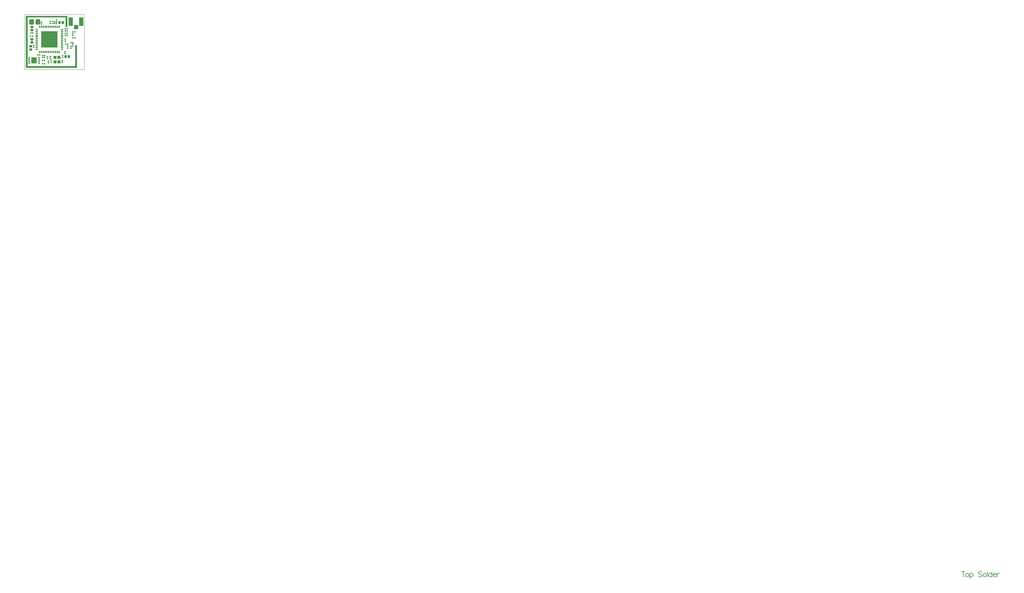
<source format=gts>
G04*
G04 #@! TF.GenerationSoftware,Altium Limited,Altium Designer,22.4.2 (48)*
G04*
G04 Layer_Color=8388736*
%FSLAX24Y24*%
%MOIN*%
G70*
G04*
G04 #@! TF.SameCoordinates,09D1A8E4-E44A-436B-8A94-970E0EB30887*
G04*
G04*
G04 #@! TF.FilePolarity,Negative*
G04*
G01*
G75*
%ADD14C,0.0059*%
%ADD15C,0.0039*%
%ADD17O,0.0139X0.0316*%
%ADD18O,0.0316X0.0139*%
%ADD30R,0.1812X0.1812*%
G04:AMPARAMS|DCode=31|XSize=15.8mil|YSize=16.8mil|CornerRadius=5.2mil|HoleSize=0mil|Usage=FLASHONLY|Rotation=270.000|XOffset=0mil|YOffset=0mil|HoleType=Round|Shape=RoundedRectangle|*
%AMROUNDEDRECTD31*
21,1,0.0158,0.0064,0,0,270.0*
21,1,0.0054,0.0168,0,0,270.0*
1,1,0.0104,-0.0032,-0.0027*
1,1,0.0104,-0.0032,0.0027*
1,1,0.0104,0.0032,0.0027*
1,1,0.0104,0.0032,-0.0027*
%
%ADD31ROUNDEDRECTD31*%
G04:AMPARAMS|DCode=32|XSize=15.8mil|YSize=16.8mil|CornerRadius=5.2mil|HoleSize=0mil|Usage=FLASHONLY|Rotation=180.000|XOffset=0mil|YOffset=0mil|HoleType=Round|Shape=RoundedRectangle|*
%AMROUNDEDRECTD32*
21,1,0.0158,0.0064,0,0,180.0*
21,1,0.0054,0.0168,0,0,180.0*
1,1,0.0104,-0.0027,0.0032*
1,1,0.0104,0.0027,0.0032*
1,1,0.0104,0.0027,-0.0032*
1,1,0.0104,-0.0027,-0.0032*
%
%ADD32ROUNDEDRECTD32*%
G04:AMPARAMS|DCode=33|XSize=29.7mil|YSize=31.6mil|CornerRadius=9.4mil|HoleSize=0mil|Usage=FLASHONLY|Rotation=180.000|XOffset=0mil|YOffset=0mil|HoleType=Round|Shape=RoundedRectangle|*
%AMROUNDEDRECTD33*
21,1,0.0297,0.0128,0,0,180.0*
21,1,0.0108,0.0316,0,0,180.0*
1,1,0.0188,-0.0054,0.0064*
1,1,0.0188,0.0054,0.0064*
1,1,0.0188,0.0054,-0.0064*
1,1,0.0188,-0.0054,-0.0064*
%
%ADD33ROUNDEDRECTD33*%
G04:AMPARAMS|DCode=34|XSize=29.7mil|YSize=31.6mil|CornerRadius=9.4mil|HoleSize=0mil|Usage=FLASHONLY|Rotation=270.000|XOffset=0mil|YOffset=0mil|HoleType=Round|Shape=RoundedRectangle|*
%AMROUNDEDRECTD34*
21,1,0.0297,0.0128,0,0,270.0*
21,1,0.0108,0.0316,0,0,270.0*
1,1,0.0188,-0.0064,-0.0054*
1,1,0.0188,-0.0064,0.0054*
1,1,0.0188,0.0064,0.0054*
1,1,0.0188,0.0064,-0.0054*
%
%ADD34ROUNDEDRECTD34*%
%ADD35R,0.0493X0.0946*%
%ADD36R,0.0474X0.0493*%
G04:AMPARAMS|DCode=37|XSize=63.1mil|YSize=51.3mil|CornerRadius=14.8mil|HoleSize=0mil|Usage=FLASHONLY|Rotation=270.000|XOffset=0mil|YOffset=0mil|HoleType=Round|Shape=RoundedRectangle|*
%AMROUNDEDRECTD37*
21,1,0.0631,0.0217,0,0,270.0*
21,1,0.0335,0.0513,0,0,270.0*
1,1,0.0297,-0.0108,-0.0167*
1,1,0.0297,-0.0108,0.0167*
1,1,0.0297,0.0108,0.0167*
1,1,0.0297,0.0108,-0.0167*
%
%ADD37ROUNDEDRECTD37*%
%ADD38R,0.0236X0.0157*%
%ADD39R,0.0592X0.0671*%
%ADD40R,0.0375X0.0375*%
%ADD41O,0.0316X0.0158*%
%ADD42O,0.0158X0.0316*%
G36*
X246Y5945D02*
X354Y5945D01*
X354Y5945D01*
X4756Y5945D01*
X4756Y5748D01*
X4756Y5748D01*
X4756Y4682D01*
X4559Y4682D01*
X4559Y5748D01*
X354Y5748D01*
X354Y354D01*
X5622Y354D01*
X5622Y2713D01*
X5819Y2713D01*
X5819Y354D01*
X5819Y354D01*
X5819Y158D01*
X5819Y158D01*
X5622Y158D01*
X5622Y158D01*
X354Y158D01*
X354Y158D01*
X158Y158D01*
X158Y158D01*
X158Y158D01*
X158Y336D01*
X158Y5748D01*
X157Y5748D01*
X158Y5945D01*
X246Y5945D01*
X246Y5945D02*
G37*
D14*
X103997Y-55720D02*
X103997Y-56310D01*
X103800Y-55720D02*
X104194Y-55720D01*
X104404Y-55916D02*
X104348Y-55944D01*
X104292Y-56001D01*
X104264Y-56085D01*
X104264Y-56141D01*
X104292Y-56226D01*
X104348Y-56282D01*
X104404Y-56310D01*
X104489Y-56310D01*
X104545Y-56282D01*
X104601Y-56226D01*
X104629Y-56141D01*
X104629Y-56085D01*
X104601Y-56001D01*
X104545Y-55944D01*
X104489Y-55916D01*
X104404Y-55916D01*
X104759Y-55916D02*
X104759Y-56507D01*
X104759Y-56001D02*
X104815Y-55944D01*
X104871Y-55916D01*
X104956Y-55916D01*
X105012Y-55944D01*
X105068Y-56001D01*
X105096Y-56085D01*
X105096Y-56141D01*
X105068Y-56226D01*
X105012Y-56282D01*
X104956Y-56310D01*
X104871Y-56310D01*
X104815Y-56282D01*
X104759Y-56226D01*
X106080Y-55804D02*
X106024Y-55748D01*
X105940Y-55720D01*
X105827Y-55720D01*
X105743Y-55748D01*
X105687Y-55804D01*
X105687Y-55860D01*
X105715Y-55916D01*
X105743Y-55944D01*
X105799Y-55973D01*
X105968Y-56029D01*
X106024Y-56057D01*
X106052Y-56085D01*
X106080Y-56141D01*
X106080Y-56226D01*
X106024Y-56282D01*
X105940Y-56310D01*
X105827Y-56310D01*
X105743Y-56282D01*
X105687Y-56226D01*
X106353Y-55916D02*
X106297Y-55944D01*
X106240Y-56001D01*
X106212Y-56085D01*
X106212Y-56141D01*
X106240Y-56226D01*
X106297Y-56282D01*
X106353Y-56310D01*
X106437Y-56310D01*
X106493Y-56282D01*
X106550Y-56226D01*
X106578Y-56141D01*
X106578Y-56085D01*
X106550Y-56001D01*
X106493Y-55944D01*
X106437Y-55916D01*
X106353Y-55916D01*
X106707Y-55720D02*
X106707Y-56310D01*
X107168Y-55720D02*
X107168Y-56310D01*
X107168Y-56001D02*
X107112Y-55944D01*
X107056Y-55916D01*
X106971Y-55916D01*
X106915Y-55944D01*
X106859Y-56001D01*
X106831Y-56085D01*
X106831Y-56141D01*
X106859Y-56226D01*
X106915Y-56282D01*
X106971Y-56310D01*
X107056Y-56310D01*
X107112Y-56282D01*
X107168Y-56226D01*
X107326Y-56085D02*
X107663Y-56085D01*
X107663Y-56029D01*
X107635Y-55973D01*
X107607Y-55944D01*
X107551Y-55916D01*
X107466Y-55916D01*
X107410Y-55944D01*
X107354Y-56001D01*
X107326Y-56085D01*
X107326Y-56141D01*
X107354Y-56226D01*
X107410Y-56282D01*
X107466Y-56310D01*
X107551Y-56310D01*
X107607Y-56282D01*
X107663Y-56226D01*
X107790Y-55916D02*
X107790Y-56310D01*
X107790Y-56085D02*
X107818Y-56001D01*
X107874Y-55944D01*
X107930Y-55916D01*
X108015Y-55916D01*
D15*
X0Y0D02*
X0Y6102D01*
X0Y0D02*
X6600Y0D01*
X6600Y6102D01*
X0Y6102D02*
X6600Y6102D01*
D17*
X1671Y4718D02*
D03*
X1868Y4718D02*
D03*
X2065Y4718D02*
D03*
X2262Y4718D02*
D03*
X2459Y4718D02*
D03*
X2656Y4718D02*
D03*
X2852Y4718D02*
D03*
X3049Y4718D02*
D03*
X3246Y4718D02*
D03*
X3443Y4718D02*
D03*
X3640Y4718D02*
D03*
X3837Y4718D02*
D03*
X3837Y1922D02*
D03*
X3640Y1922D02*
D03*
X3443Y1922D02*
D03*
X3246Y1922D02*
D03*
X3049Y1922D02*
D03*
X2852Y1922D02*
D03*
X2656Y1922D02*
D03*
X2459Y1922D02*
D03*
X2262Y1922D02*
D03*
X2065Y1922D02*
D03*
X1868Y1922D02*
D03*
X1671Y1922D02*
D03*
D18*
X4152Y4403D02*
D03*
X4152Y4206D02*
D03*
X4152Y4009D02*
D03*
X4152Y3812D02*
D03*
X4152Y3615D02*
D03*
X4152Y3418D02*
D03*
X4152Y3222D02*
D03*
X4152Y3025D02*
D03*
X4152Y2828D02*
D03*
X4152Y2631D02*
D03*
X4152Y2434D02*
D03*
X4152Y2237D02*
D03*
X1356Y2237D02*
D03*
X1356Y2434D02*
D03*
X1356Y2631D02*
D03*
X1356Y2828D02*
D03*
X1356Y3025D02*
D03*
X1356Y3222D02*
D03*
X1356Y3418D02*
D03*
X1356Y3615D02*
D03*
X1356Y3812D02*
D03*
X1356Y4009D02*
D03*
X1356Y4206D02*
D03*
X1356Y4403D02*
D03*
D30*
X2754Y3320D02*
D03*
D31*
X3160Y5110D02*
D03*
X3160Y5317D02*
D03*
X1894Y5037D02*
D03*
X1894Y5243D02*
D03*
X997Y2662D02*
D03*
X997Y2455D02*
D03*
X2219Y1523D02*
D03*
X2219Y1317D02*
D03*
X2018Y1523D02*
D03*
X2018Y1317D02*
D03*
X4200Y1543D02*
D03*
X4200Y1337D02*
D03*
X2543Y1423D02*
D03*
X2543Y1217D02*
D03*
X2860Y1423D02*
D03*
X2860Y1217D02*
D03*
X4486Y1973D02*
D03*
X4486Y1767D02*
D03*
X4520Y3127D02*
D03*
X4520Y3333D02*
D03*
X4770Y2367D02*
D03*
X4770Y2574D02*
D03*
X5139Y2574D02*
D03*
X5139Y2367D02*
D03*
X2960Y1019D02*
D03*
X2960Y813D02*
D03*
X4189Y766D02*
D03*
X4189Y973D02*
D03*
X3547Y5487D02*
D03*
X3547Y5280D02*
D03*
X5361Y2781D02*
D03*
X5361Y2574D02*
D03*
X5361Y3959D02*
D03*
X5361Y3753D02*
D03*
X2854Y5317D02*
D03*
X2854Y5110D02*
D03*
X2652Y924D02*
D03*
X2652Y717D02*
D03*
D32*
X3340Y5090D02*
D03*
X3547Y5090D02*
D03*
X907Y4050D02*
D03*
X701Y4050D02*
D03*
X4507Y4500D02*
D03*
X4713Y4500D02*
D03*
X867Y3670D02*
D03*
X661Y3670D02*
D03*
X4510Y3760D02*
D03*
X4717Y3760D02*
D03*
X5361Y2956D02*
D03*
X5154Y2956D02*
D03*
X4563Y2797D02*
D03*
X4770Y2797D02*
D03*
X5361Y3510D02*
D03*
X5567Y3510D02*
D03*
X1670Y1600D02*
D03*
X1463Y1600D02*
D03*
X5567Y4169D02*
D03*
X5361Y4169D02*
D03*
X3547Y5280D02*
D03*
X3340Y5280D02*
D03*
X4510Y4270D02*
D03*
X4717Y4270D02*
D03*
X4510Y3992D02*
D03*
X4717Y3992D02*
D03*
X2203Y1000D02*
D03*
X1997Y1000D02*
D03*
X2203Y645D02*
D03*
X1997Y645D02*
D03*
D33*
X3883Y5190D02*
D03*
X4237Y5190D02*
D03*
X4543Y1440D02*
D03*
X4897Y1440D02*
D03*
D34*
X804Y2983D02*
D03*
X804Y3337D02*
D03*
X804Y4707D02*
D03*
X804Y4353D02*
D03*
X691Y2552D02*
D03*
X691Y2197D02*
D03*
D35*
X5125Y5300D02*
D03*
X6287Y5300D02*
D03*
D36*
X5706Y4700D02*
D03*
D37*
X795Y5271D02*
D03*
X1465Y5271D02*
D03*
D38*
X1610Y705D02*
D03*
X1610Y902D02*
D03*
X1610Y1098D02*
D03*
X1610Y1295D02*
D03*
X509Y705D02*
D03*
X509Y902D02*
D03*
X509Y1098D02*
D03*
X509Y1295D02*
D03*
D39*
X1060Y1000D02*
D03*
D40*
X3799Y1338D02*
D03*
X3799Y826D02*
D03*
X3366Y826D02*
D03*
X3366Y1338D02*
D03*
D41*
X316Y5827D02*
D03*
X315Y256D02*
D03*
D42*
X5721Y1870D02*
D03*
M02*

</source>
